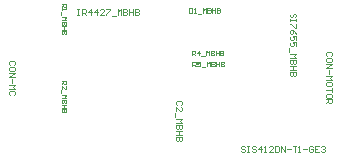
<source format=gto>
G04*
G04 #@! TF.GenerationSoftware,Altium Limited,Altium Designer,22.3.1 (43)*
G04*
G04 Layer_Color=65535*
%FSLAX25Y25*%
%MOIN*%
G70*
G04*
G04 #@! TF.SameCoordinates,C5F4699D-FB43-4DF1-913B-A25CA7802ECB*
G04*
G04*
G04 #@! TF.FilePolarity,Positive*
G04*
G01*
G75*
%ADD10C,0.00394*%
%ADD11C,0.00315*%
D10*
X41745Y20130D02*
X42073Y20458D01*
Y21113D01*
X41745Y21441D01*
X41417D01*
X41089Y21113D01*
Y20458D01*
X40761Y20130D01*
X40433D01*
X40105Y20458D01*
Y21113D01*
X40433Y21441D01*
X42073Y19474D02*
Y18818D01*
Y19146D01*
X40105D01*
Y19474D01*
Y18818D01*
X42073Y17834D02*
Y16522D01*
X41745D01*
X40433Y17834D01*
X40105D01*
X42073Y14554D02*
X41745Y15210D01*
X41089Y15866D01*
X40433D01*
X40105Y15538D01*
Y14882D01*
X40433Y14554D01*
X40761D01*
X41089Y14882D01*
Y15866D01*
X42073Y12586D02*
Y13898D01*
X41089D01*
X41417Y13242D01*
Y12914D01*
X41089Y12586D01*
X40433D01*
X40105Y12914D01*
Y13570D01*
X40433Y13898D01*
X42073Y10618D02*
Y11930D01*
X41089D01*
X41417Y11274D01*
Y10946D01*
X41089Y10618D01*
X40433D01*
X40105Y10946D01*
Y11602D01*
X40433Y11930D01*
X39777Y9962D02*
Y8650D01*
X40105Y7994D02*
X42073D01*
X41417Y7339D01*
X42073Y6683D01*
X40105D01*
X42073Y6027D02*
X40105D01*
Y5043D01*
X40433Y4715D01*
X40761D01*
X41089Y5043D01*
Y6027D01*
Y5043D01*
X41417Y4715D01*
X41745D01*
X42073Y5043D01*
Y6027D01*
Y4059D02*
X40105D01*
X41089D01*
Y2747D01*
X42073D01*
X40105D01*
X42073Y2091D02*
X40105D01*
Y1107D01*
X40433Y779D01*
X40761D01*
X41089Y1107D01*
Y2091D01*
Y1107D01*
X41417Y779D01*
X41745D01*
X42073Y1107D01*
Y2091D01*
X-30725Y22959D02*
X-30069D01*
X-30397D01*
Y20991D01*
X-30725D01*
X-30069D01*
X-29085D02*
Y22959D01*
X-28101D01*
X-27773Y22631D01*
Y21975D01*
X-28101Y21647D01*
X-29085D01*
X-28429D02*
X-27773Y20991D01*
X-26133D02*
Y22959D01*
X-27117Y21975D01*
X-25805D01*
X-24165Y20991D02*
Y22959D01*
X-25149Y21975D01*
X-23837D01*
X-21870Y20991D02*
X-23181D01*
X-21870Y22303D01*
Y22631D01*
X-22198Y22959D01*
X-22853D01*
X-23181Y22631D01*
X-21214Y22959D02*
X-19902D01*
Y22631D01*
X-21214Y21319D01*
Y20991D01*
X-19246Y20663D02*
X-17934D01*
X-17278Y20991D02*
Y22959D01*
X-16622Y22303D01*
X-15966Y22959D01*
Y20991D01*
X-15310Y22959D02*
Y20991D01*
X-14326D01*
X-13998Y21319D01*
Y21647D01*
X-14326Y21975D01*
X-15310D01*
X-14326D01*
X-13998Y22303D01*
Y22631D01*
X-14326Y22959D01*
X-15310D01*
X-13342D02*
Y20991D01*
Y21975D01*
X-12030D01*
Y22959D01*
Y20991D01*
X-11374Y22959D02*
Y20991D01*
X-10390D01*
X-10062Y21319D01*
Y21647D01*
X-10390Y21975D01*
X-11374D01*
X-10390D01*
X-10062Y22303D01*
Y22631D01*
X-10390Y22959D01*
X-11374D01*
X25326Y-22966D02*
X24998Y-22638D01*
X24342D01*
X24014Y-22966D01*
Y-23294D01*
X24342Y-23622D01*
X24998D01*
X25326Y-23950D01*
Y-24278D01*
X24998Y-24606D01*
X24342D01*
X24014Y-24278D01*
X25982Y-22638D02*
X26638D01*
X26310D01*
Y-24606D01*
X25982D01*
X26638D01*
X28933Y-22966D02*
X28605Y-22638D01*
X27950D01*
X27621Y-22966D01*
Y-23294D01*
X27950Y-23622D01*
X28605D01*
X28933Y-23950D01*
Y-24278D01*
X28605Y-24606D01*
X27950D01*
X27621Y-24278D01*
X30573Y-24606D02*
Y-22638D01*
X29589Y-23622D01*
X30901D01*
X31557Y-24606D02*
X32213D01*
X31885D01*
Y-22638D01*
X31557Y-22966D01*
X34509Y-24606D02*
X33197D01*
X34509Y-23294D01*
Y-22966D01*
X34181Y-22638D01*
X33525D01*
X33197Y-22966D01*
X35165Y-22638D02*
Y-24606D01*
X36149D01*
X36477Y-24278D01*
Y-22966D01*
X36149Y-22638D01*
X35165D01*
X37133Y-24606D02*
Y-22638D01*
X38445Y-24606D01*
Y-22638D01*
X39101Y-23622D02*
X40413D01*
X41069Y-22638D02*
X42380D01*
X41725D01*
Y-24606D01*
X43036D02*
X43692D01*
X43364D01*
Y-22638D01*
X43036Y-22966D01*
X44676Y-23622D02*
X45988D01*
X47956Y-22966D02*
X47628Y-22638D01*
X46972D01*
X46644Y-22966D01*
Y-24278D01*
X46972Y-24606D01*
X47628D01*
X47956Y-24278D01*
Y-23622D01*
X47300D01*
X49924Y-22638D02*
X48612D01*
Y-24606D01*
X49924D01*
X48612Y-23622D02*
X49268D01*
X50580Y-22966D02*
X50908Y-22638D01*
X51564D01*
X51892Y-22966D01*
Y-23294D01*
X51564Y-23622D01*
X51236D01*
X51564D01*
X51892Y-23950D01*
Y-24278D01*
X51564Y-24606D01*
X50908D01*
X50580Y-24278D01*
X3930Y-9083D02*
X4258Y-8755D01*
Y-8099D01*
X3930Y-7771D01*
X2618D01*
X2290Y-8099D01*
Y-8755D01*
X2618Y-9083D01*
X2290Y-11051D02*
Y-9739D01*
X3602Y-11051D01*
X3930D01*
X4258Y-10723D01*
Y-10067D01*
X3930Y-9739D01*
X1962Y-11707D02*
Y-13019D01*
X2290Y-13675D02*
X4258D01*
X3602Y-14331D01*
X4258Y-14987D01*
X2290D01*
X4258Y-15643D02*
X2290D01*
Y-16627D01*
X2618Y-16954D01*
X2946D01*
X3274Y-16627D01*
Y-15643D01*
Y-16627D01*
X3602Y-16954D01*
X3930D01*
X4258Y-16627D01*
Y-15643D01*
Y-17610D02*
X2290D01*
X3274D01*
Y-18922D01*
X4258D01*
X2290D01*
X4258Y-19578D02*
X2290D01*
Y-20562D01*
X2618Y-20890D01*
X2946D01*
X3274Y-20562D01*
Y-19578D01*
Y-20562D01*
X3602Y-20890D01*
X3930D01*
X4258Y-20562D01*
Y-19578D01*
X54002Y7215D02*
X54330Y7543D01*
Y8199D01*
X54002Y8527D01*
X52691D01*
X52363Y8199D01*
Y7543D01*
X52691Y7215D01*
X54330Y5576D02*
Y6231D01*
X54002Y6560D01*
X52691D01*
X52363Y6231D01*
Y5576D01*
X52691Y5248D01*
X54002D01*
X54330Y5576D01*
X52363Y4592D02*
X54330D01*
X52363Y3280D01*
X54330D01*
X53347Y2624D02*
Y1312D01*
X52363Y656D02*
X54330D01*
X53675Y-0D01*
X54330Y-656D01*
X52363D01*
X54330Y-2296D02*
Y-1640D01*
X54002Y-1312D01*
X52691D01*
X52363Y-1640D01*
Y-2296D01*
X52691Y-2624D01*
X54002D01*
X54330Y-2296D01*
Y-3280D02*
Y-4592D01*
Y-3936D01*
X52363D01*
X54330Y-6232D02*
Y-5576D01*
X54002Y-5248D01*
X52691D01*
X52363Y-5576D01*
Y-6232D01*
X52691Y-6560D01*
X54002D01*
X54330Y-6232D01*
X52363Y-7215D02*
X54330D01*
Y-8199D01*
X54002Y-8527D01*
X53347D01*
X53018Y-8199D01*
Y-7215D01*
Y-7871D02*
X52363Y-8527D01*
X-51903Y4264D02*
X-51575Y4592D01*
Y5248D01*
X-51903Y5576D01*
X-53215D01*
X-53543Y5248D01*
Y4592D01*
X-53215Y4264D01*
X-51575Y2624D02*
Y3280D01*
X-51903Y3608D01*
X-53215D01*
X-53543Y3280D01*
Y2624D01*
X-53215Y2296D01*
X-51903D01*
X-51575Y2624D01*
X-53543Y1640D02*
X-51575D01*
X-53543Y328D01*
X-51575D01*
X-52559Y-328D02*
Y-1640D01*
X-53543Y-2296D02*
X-51575D01*
X-52231Y-2952D01*
X-51575Y-3608D01*
X-53543D01*
X-51903Y-5576D02*
X-51575Y-5248D01*
Y-4592D01*
X-51903Y-4264D01*
X-53215D01*
X-53543Y-4592D01*
Y-5248D01*
X-53215Y-5576D01*
D11*
X-35892Y-1012D02*
X-34318D01*
Y-1799D01*
X-34580Y-2062D01*
X-35105D01*
X-35367Y-1799D01*
Y-1012D01*
Y-1537D02*
X-35892Y-2062D01*
Y-3636D02*
Y-2586D01*
X-34843Y-3636D01*
X-34580D01*
X-34318Y-3374D01*
Y-2849D01*
X-34580Y-2586D01*
X-36155Y-4161D02*
Y-5210D01*
X-35892Y-5735D02*
X-34318D01*
X-34843Y-6260D01*
X-34318Y-6785D01*
X-35892D01*
X-34318Y-7309D02*
X-35892D01*
Y-8096D01*
X-35630Y-8359D01*
X-35367D01*
X-35105Y-8096D01*
Y-7309D01*
Y-8096D01*
X-34843Y-8359D01*
X-34580D01*
X-34318Y-8096D01*
Y-7309D01*
Y-8884D02*
X-35892D01*
X-35105D01*
Y-9933D01*
X-34318D01*
X-35892D01*
X-34318Y-10458D02*
X-35892D01*
Y-11245D01*
X-35630Y-11507D01*
X-35367D01*
X-35105Y-11245D01*
Y-10458D01*
Y-11245D01*
X-34843Y-11507D01*
X-34580D01*
X-34318Y-11245D01*
Y-10458D01*
X7705Y3832D02*
Y5407D01*
X8492D01*
X8755Y5144D01*
Y4619D01*
X8492Y4357D01*
X7705D01*
X8230D02*
X8755Y3832D01*
X10329Y5407D02*
X9279D01*
Y4619D01*
X9804Y4882D01*
X10067D01*
X10329Y4619D01*
Y4095D01*
X10067Y3832D01*
X9542D01*
X9279Y4095D01*
X10854Y3570D02*
X11903D01*
X12428Y3832D02*
Y5407D01*
X12953Y4882D01*
X13477Y5407D01*
Y3832D01*
X14002Y5407D02*
Y3832D01*
X14789D01*
X15052Y4095D01*
Y4357D01*
X14789Y4619D01*
X14002D01*
X14789D01*
X15052Y4882D01*
Y5144D01*
X14789Y5407D01*
X14002D01*
X15577D02*
Y3832D01*
Y4619D01*
X16626D01*
Y5407D01*
Y3832D01*
X17151Y5407D02*
Y3832D01*
X17938D01*
X18200Y4095D01*
Y4357D01*
X17938Y4619D01*
X17151D01*
X17938D01*
X18200Y4882D01*
Y5144D01*
X17938Y5407D01*
X17151D01*
X7548Y7494D02*
Y9068D01*
X8335D01*
X8597Y8806D01*
Y8281D01*
X8335Y8018D01*
X7548D01*
X8072D02*
X8597Y7494D01*
X9909D02*
Y9068D01*
X9122Y8281D01*
X10171D01*
X10696Y7231D02*
X11746D01*
X12270Y7494D02*
Y9068D01*
X12795Y8543D01*
X13320Y9068D01*
Y7494D01*
X13845Y9068D02*
Y7494D01*
X14632D01*
X14894Y7756D01*
Y8018D01*
X14632Y8281D01*
X13845D01*
X14632D01*
X14894Y8543D01*
Y8806D01*
X14632Y9068D01*
X13845D01*
X15419D02*
Y7494D01*
Y8281D01*
X16469D01*
Y9068D01*
Y7494D01*
X16993Y9068D02*
Y7494D01*
X17781D01*
X18043Y7756D01*
Y8018D01*
X17781Y8281D01*
X16993D01*
X17781D01*
X18043Y8543D01*
Y8806D01*
X17781Y9068D01*
X16993D01*
X-35892Y24762D02*
X-34318D01*
Y23975D01*
X-34580Y23713D01*
X-35105D01*
X-35367Y23975D01*
Y24762D01*
Y24237D02*
X-35892Y23713D01*
Y23188D02*
Y22663D01*
Y22925D01*
X-34318D01*
X-34580Y23188D01*
X-36155Y21876D02*
Y20826D01*
X-35892Y20302D02*
X-34318D01*
X-34843Y19777D01*
X-34318Y19252D01*
X-35892D01*
X-34318Y18727D02*
X-35892D01*
Y17940D01*
X-35630Y17678D01*
X-35367D01*
X-35105Y17940D01*
Y18727D01*
Y17940D01*
X-34843Y17678D01*
X-34580D01*
X-34318Y17940D01*
Y18727D01*
Y17153D02*
X-35892D01*
X-35105D01*
Y16104D01*
X-34318D01*
X-35892D01*
X-34318Y15579D02*
X-35892D01*
Y14792D01*
X-35630Y14529D01*
X-35367D01*
X-35105Y14792D01*
Y15579D01*
Y14792D01*
X-34843Y14529D01*
X-34580D01*
X-34318Y14792D01*
Y15579D01*
X6655Y23241D02*
Y21667D01*
X7442D01*
X7705Y21929D01*
Y22979D01*
X7442Y23241D01*
X6655D01*
X8230Y21667D02*
X8754D01*
X8492D01*
Y23241D01*
X8230Y22979D01*
X9541Y21405D02*
X10591D01*
X11116Y21667D02*
Y23241D01*
X11641Y22716D01*
X12165Y23241D01*
Y21667D01*
X12690Y23241D02*
Y21667D01*
X13477D01*
X13739Y21929D01*
Y22192D01*
X13477Y22454D01*
X12690D01*
X13477D01*
X13739Y22716D01*
Y22979D01*
X13477Y23241D01*
X12690D01*
X14264D02*
Y21667D01*
Y22454D01*
X15314D01*
Y23241D01*
Y21667D01*
X15839Y23241D02*
Y21667D01*
X16626D01*
X16888Y21929D01*
Y22192D01*
X16626Y22454D01*
X15839D01*
X16626D01*
X16888Y22716D01*
Y22979D01*
X16626Y23241D01*
X15839D01*
M02*

</source>
